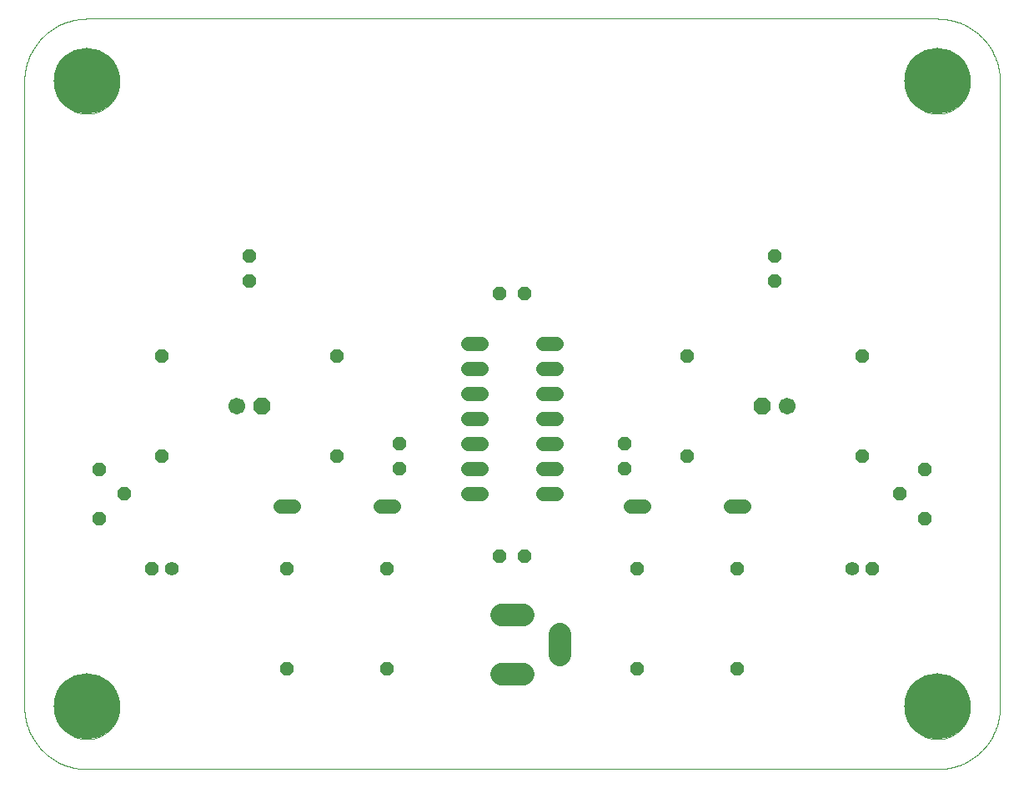
<source format=gts>
G75*
%MOIN*%
%OFA0B0*%
%FSLAX25Y25*%
%IPPOS*%
%LPD*%
%AMOC8*
5,1,8,0,0,1.08239X$1,22.5*
%
%ADD10C,0.00000*%
%ADD11C,0.26400*%
%ADD12OC8,0.05600*%
%ADD13C,0.05600*%
%ADD14OC8,0.06700*%
%ADD15C,0.06700*%
%ADD16C,0.05600*%
%ADD17C,0.09000*%
D10*
X0026800Y0023933D02*
X0366800Y0023933D01*
X0353800Y0048933D02*
X0353804Y0049252D01*
X0353816Y0049571D01*
X0353835Y0049889D01*
X0353863Y0050207D01*
X0353898Y0050524D01*
X0353941Y0050840D01*
X0353991Y0051156D01*
X0354050Y0051469D01*
X0354116Y0051781D01*
X0354190Y0052092D01*
X0354271Y0052400D01*
X0354360Y0052707D01*
X0354456Y0053011D01*
X0354560Y0053313D01*
X0354671Y0053612D01*
X0354790Y0053908D01*
X0354915Y0054201D01*
X0355048Y0054491D01*
X0355188Y0054778D01*
X0355335Y0055061D01*
X0355489Y0055341D01*
X0355650Y0055616D01*
X0355817Y0055888D01*
X0355991Y0056155D01*
X0356171Y0056419D01*
X0356358Y0056677D01*
X0356551Y0056931D01*
X0356751Y0057180D01*
X0356956Y0057424D01*
X0357168Y0057663D01*
X0357385Y0057897D01*
X0357608Y0058125D01*
X0357836Y0058348D01*
X0358070Y0058565D01*
X0358309Y0058777D01*
X0358553Y0058982D01*
X0358802Y0059182D01*
X0359056Y0059375D01*
X0359314Y0059562D01*
X0359578Y0059742D01*
X0359845Y0059916D01*
X0360117Y0060083D01*
X0360392Y0060244D01*
X0360672Y0060398D01*
X0360955Y0060545D01*
X0361242Y0060685D01*
X0361532Y0060818D01*
X0361825Y0060943D01*
X0362121Y0061062D01*
X0362420Y0061173D01*
X0362722Y0061277D01*
X0363026Y0061373D01*
X0363333Y0061462D01*
X0363641Y0061543D01*
X0363952Y0061617D01*
X0364264Y0061683D01*
X0364577Y0061742D01*
X0364893Y0061792D01*
X0365209Y0061835D01*
X0365526Y0061870D01*
X0365844Y0061898D01*
X0366162Y0061917D01*
X0366481Y0061929D01*
X0366800Y0061933D01*
X0367119Y0061929D01*
X0367438Y0061917D01*
X0367756Y0061898D01*
X0368074Y0061870D01*
X0368391Y0061835D01*
X0368707Y0061792D01*
X0369023Y0061742D01*
X0369336Y0061683D01*
X0369648Y0061617D01*
X0369959Y0061543D01*
X0370267Y0061462D01*
X0370574Y0061373D01*
X0370878Y0061277D01*
X0371180Y0061173D01*
X0371479Y0061062D01*
X0371775Y0060943D01*
X0372068Y0060818D01*
X0372358Y0060685D01*
X0372645Y0060545D01*
X0372928Y0060398D01*
X0373208Y0060244D01*
X0373483Y0060083D01*
X0373755Y0059916D01*
X0374022Y0059742D01*
X0374286Y0059562D01*
X0374544Y0059375D01*
X0374798Y0059182D01*
X0375047Y0058982D01*
X0375291Y0058777D01*
X0375530Y0058565D01*
X0375764Y0058348D01*
X0375992Y0058125D01*
X0376215Y0057897D01*
X0376432Y0057663D01*
X0376644Y0057424D01*
X0376849Y0057180D01*
X0377049Y0056931D01*
X0377242Y0056677D01*
X0377429Y0056419D01*
X0377609Y0056155D01*
X0377783Y0055888D01*
X0377950Y0055616D01*
X0378111Y0055341D01*
X0378265Y0055061D01*
X0378412Y0054778D01*
X0378552Y0054491D01*
X0378685Y0054201D01*
X0378810Y0053908D01*
X0378929Y0053612D01*
X0379040Y0053313D01*
X0379144Y0053011D01*
X0379240Y0052707D01*
X0379329Y0052400D01*
X0379410Y0052092D01*
X0379484Y0051781D01*
X0379550Y0051469D01*
X0379609Y0051156D01*
X0379659Y0050840D01*
X0379702Y0050524D01*
X0379737Y0050207D01*
X0379765Y0049889D01*
X0379784Y0049571D01*
X0379796Y0049252D01*
X0379800Y0048933D01*
X0379796Y0048614D01*
X0379784Y0048295D01*
X0379765Y0047977D01*
X0379737Y0047659D01*
X0379702Y0047342D01*
X0379659Y0047026D01*
X0379609Y0046710D01*
X0379550Y0046397D01*
X0379484Y0046085D01*
X0379410Y0045774D01*
X0379329Y0045466D01*
X0379240Y0045159D01*
X0379144Y0044855D01*
X0379040Y0044553D01*
X0378929Y0044254D01*
X0378810Y0043958D01*
X0378685Y0043665D01*
X0378552Y0043375D01*
X0378412Y0043088D01*
X0378265Y0042805D01*
X0378111Y0042525D01*
X0377950Y0042250D01*
X0377783Y0041978D01*
X0377609Y0041711D01*
X0377429Y0041447D01*
X0377242Y0041189D01*
X0377049Y0040935D01*
X0376849Y0040686D01*
X0376644Y0040442D01*
X0376432Y0040203D01*
X0376215Y0039969D01*
X0375992Y0039741D01*
X0375764Y0039518D01*
X0375530Y0039301D01*
X0375291Y0039089D01*
X0375047Y0038884D01*
X0374798Y0038684D01*
X0374544Y0038491D01*
X0374286Y0038304D01*
X0374022Y0038124D01*
X0373755Y0037950D01*
X0373483Y0037783D01*
X0373208Y0037622D01*
X0372928Y0037468D01*
X0372645Y0037321D01*
X0372358Y0037181D01*
X0372068Y0037048D01*
X0371775Y0036923D01*
X0371479Y0036804D01*
X0371180Y0036693D01*
X0370878Y0036589D01*
X0370574Y0036493D01*
X0370267Y0036404D01*
X0369959Y0036323D01*
X0369648Y0036249D01*
X0369336Y0036183D01*
X0369023Y0036124D01*
X0368707Y0036074D01*
X0368391Y0036031D01*
X0368074Y0035996D01*
X0367756Y0035968D01*
X0367438Y0035949D01*
X0367119Y0035937D01*
X0366800Y0035933D01*
X0366481Y0035937D01*
X0366162Y0035949D01*
X0365844Y0035968D01*
X0365526Y0035996D01*
X0365209Y0036031D01*
X0364893Y0036074D01*
X0364577Y0036124D01*
X0364264Y0036183D01*
X0363952Y0036249D01*
X0363641Y0036323D01*
X0363333Y0036404D01*
X0363026Y0036493D01*
X0362722Y0036589D01*
X0362420Y0036693D01*
X0362121Y0036804D01*
X0361825Y0036923D01*
X0361532Y0037048D01*
X0361242Y0037181D01*
X0360955Y0037321D01*
X0360672Y0037468D01*
X0360392Y0037622D01*
X0360117Y0037783D01*
X0359845Y0037950D01*
X0359578Y0038124D01*
X0359314Y0038304D01*
X0359056Y0038491D01*
X0358802Y0038684D01*
X0358553Y0038884D01*
X0358309Y0039089D01*
X0358070Y0039301D01*
X0357836Y0039518D01*
X0357608Y0039741D01*
X0357385Y0039969D01*
X0357168Y0040203D01*
X0356956Y0040442D01*
X0356751Y0040686D01*
X0356551Y0040935D01*
X0356358Y0041189D01*
X0356171Y0041447D01*
X0355991Y0041711D01*
X0355817Y0041978D01*
X0355650Y0042250D01*
X0355489Y0042525D01*
X0355335Y0042805D01*
X0355188Y0043088D01*
X0355048Y0043375D01*
X0354915Y0043665D01*
X0354790Y0043958D01*
X0354671Y0044254D01*
X0354560Y0044553D01*
X0354456Y0044855D01*
X0354360Y0045159D01*
X0354271Y0045466D01*
X0354190Y0045774D01*
X0354116Y0046085D01*
X0354050Y0046397D01*
X0353991Y0046710D01*
X0353941Y0047026D01*
X0353898Y0047342D01*
X0353863Y0047659D01*
X0353835Y0047977D01*
X0353816Y0048295D01*
X0353804Y0048614D01*
X0353800Y0048933D01*
X0366800Y0023933D02*
X0367404Y0023940D01*
X0368008Y0023962D01*
X0368611Y0023999D01*
X0369213Y0024050D01*
X0369813Y0024115D01*
X0370412Y0024195D01*
X0371009Y0024290D01*
X0371603Y0024399D01*
X0372195Y0024522D01*
X0372783Y0024659D01*
X0373368Y0024811D01*
X0373949Y0024977D01*
X0374525Y0025157D01*
X0375098Y0025350D01*
X0375665Y0025558D01*
X0376227Y0025779D01*
X0376784Y0026013D01*
X0377335Y0026261D01*
X0377880Y0026522D01*
X0378418Y0026797D01*
X0378950Y0027084D01*
X0379474Y0027384D01*
X0379991Y0027696D01*
X0380500Y0028021D01*
X0381002Y0028358D01*
X0381495Y0028708D01*
X0381979Y0029069D01*
X0382455Y0029441D01*
X0382921Y0029825D01*
X0383378Y0030220D01*
X0383825Y0030626D01*
X0384263Y0031043D01*
X0384690Y0031470D01*
X0385107Y0031908D01*
X0385513Y0032355D01*
X0385908Y0032812D01*
X0386292Y0033278D01*
X0386664Y0033754D01*
X0387025Y0034238D01*
X0387375Y0034731D01*
X0387712Y0035233D01*
X0388037Y0035742D01*
X0388349Y0036259D01*
X0388649Y0036783D01*
X0388936Y0037315D01*
X0389211Y0037853D01*
X0389472Y0038398D01*
X0389720Y0038949D01*
X0389954Y0039506D01*
X0390175Y0040068D01*
X0390383Y0040635D01*
X0390576Y0041208D01*
X0390756Y0041784D01*
X0390922Y0042365D01*
X0391074Y0042950D01*
X0391211Y0043538D01*
X0391334Y0044130D01*
X0391443Y0044724D01*
X0391538Y0045321D01*
X0391618Y0045920D01*
X0391683Y0046520D01*
X0391734Y0047122D01*
X0391771Y0047725D01*
X0391793Y0048329D01*
X0391800Y0048933D01*
X0391800Y0298933D01*
X0353800Y0298933D02*
X0353804Y0299252D01*
X0353816Y0299571D01*
X0353835Y0299889D01*
X0353863Y0300207D01*
X0353898Y0300524D01*
X0353941Y0300840D01*
X0353991Y0301156D01*
X0354050Y0301469D01*
X0354116Y0301781D01*
X0354190Y0302092D01*
X0354271Y0302400D01*
X0354360Y0302707D01*
X0354456Y0303011D01*
X0354560Y0303313D01*
X0354671Y0303612D01*
X0354790Y0303908D01*
X0354915Y0304201D01*
X0355048Y0304491D01*
X0355188Y0304778D01*
X0355335Y0305061D01*
X0355489Y0305341D01*
X0355650Y0305616D01*
X0355817Y0305888D01*
X0355991Y0306155D01*
X0356171Y0306419D01*
X0356358Y0306677D01*
X0356551Y0306931D01*
X0356751Y0307180D01*
X0356956Y0307424D01*
X0357168Y0307663D01*
X0357385Y0307897D01*
X0357608Y0308125D01*
X0357836Y0308348D01*
X0358070Y0308565D01*
X0358309Y0308777D01*
X0358553Y0308982D01*
X0358802Y0309182D01*
X0359056Y0309375D01*
X0359314Y0309562D01*
X0359578Y0309742D01*
X0359845Y0309916D01*
X0360117Y0310083D01*
X0360392Y0310244D01*
X0360672Y0310398D01*
X0360955Y0310545D01*
X0361242Y0310685D01*
X0361532Y0310818D01*
X0361825Y0310943D01*
X0362121Y0311062D01*
X0362420Y0311173D01*
X0362722Y0311277D01*
X0363026Y0311373D01*
X0363333Y0311462D01*
X0363641Y0311543D01*
X0363952Y0311617D01*
X0364264Y0311683D01*
X0364577Y0311742D01*
X0364893Y0311792D01*
X0365209Y0311835D01*
X0365526Y0311870D01*
X0365844Y0311898D01*
X0366162Y0311917D01*
X0366481Y0311929D01*
X0366800Y0311933D01*
X0367119Y0311929D01*
X0367438Y0311917D01*
X0367756Y0311898D01*
X0368074Y0311870D01*
X0368391Y0311835D01*
X0368707Y0311792D01*
X0369023Y0311742D01*
X0369336Y0311683D01*
X0369648Y0311617D01*
X0369959Y0311543D01*
X0370267Y0311462D01*
X0370574Y0311373D01*
X0370878Y0311277D01*
X0371180Y0311173D01*
X0371479Y0311062D01*
X0371775Y0310943D01*
X0372068Y0310818D01*
X0372358Y0310685D01*
X0372645Y0310545D01*
X0372928Y0310398D01*
X0373208Y0310244D01*
X0373483Y0310083D01*
X0373755Y0309916D01*
X0374022Y0309742D01*
X0374286Y0309562D01*
X0374544Y0309375D01*
X0374798Y0309182D01*
X0375047Y0308982D01*
X0375291Y0308777D01*
X0375530Y0308565D01*
X0375764Y0308348D01*
X0375992Y0308125D01*
X0376215Y0307897D01*
X0376432Y0307663D01*
X0376644Y0307424D01*
X0376849Y0307180D01*
X0377049Y0306931D01*
X0377242Y0306677D01*
X0377429Y0306419D01*
X0377609Y0306155D01*
X0377783Y0305888D01*
X0377950Y0305616D01*
X0378111Y0305341D01*
X0378265Y0305061D01*
X0378412Y0304778D01*
X0378552Y0304491D01*
X0378685Y0304201D01*
X0378810Y0303908D01*
X0378929Y0303612D01*
X0379040Y0303313D01*
X0379144Y0303011D01*
X0379240Y0302707D01*
X0379329Y0302400D01*
X0379410Y0302092D01*
X0379484Y0301781D01*
X0379550Y0301469D01*
X0379609Y0301156D01*
X0379659Y0300840D01*
X0379702Y0300524D01*
X0379737Y0300207D01*
X0379765Y0299889D01*
X0379784Y0299571D01*
X0379796Y0299252D01*
X0379800Y0298933D01*
X0379796Y0298614D01*
X0379784Y0298295D01*
X0379765Y0297977D01*
X0379737Y0297659D01*
X0379702Y0297342D01*
X0379659Y0297026D01*
X0379609Y0296710D01*
X0379550Y0296397D01*
X0379484Y0296085D01*
X0379410Y0295774D01*
X0379329Y0295466D01*
X0379240Y0295159D01*
X0379144Y0294855D01*
X0379040Y0294553D01*
X0378929Y0294254D01*
X0378810Y0293958D01*
X0378685Y0293665D01*
X0378552Y0293375D01*
X0378412Y0293088D01*
X0378265Y0292805D01*
X0378111Y0292525D01*
X0377950Y0292250D01*
X0377783Y0291978D01*
X0377609Y0291711D01*
X0377429Y0291447D01*
X0377242Y0291189D01*
X0377049Y0290935D01*
X0376849Y0290686D01*
X0376644Y0290442D01*
X0376432Y0290203D01*
X0376215Y0289969D01*
X0375992Y0289741D01*
X0375764Y0289518D01*
X0375530Y0289301D01*
X0375291Y0289089D01*
X0375047Y0288884D01*
X0374798Y0288684D01*
X0374544Y0288491D01*
X0374286Y0288304D01*
X0374022Y0288124D01*
X0373755Y0287950D01*
X0373483Y0287783D01*
X0373208Y0287622D01*
X0372928Y0287468D01*
X0372645Y0287321D01*
X0372358Y0287181D01*
X0372068Y0287048D01*
X0371775Y0286923D01*
X0371479Y0286804D01*
X0371180Y0286693D01*
X0370878Y0286589D01*
X0370574Y0286493D01*
X0370267Y0286404D01*
X0369959Y0286323D01*
X0369648Y0286249D01*
X0369336Y0286183D01*
X0369023Y0286124D01*
X0368707Y0286074D01*
X0368391Y0286031D01*
X0368074Y0285996D01*
X0367756Y0285968D01*
X0367438Y0285949D01*
X0367119Y0285937D01*
X0366800Y0285933D01*
X0366481Y0285937D01*
X0366162Y0285949D01*
X0365844Y0285968D01*
X0365526Y0285996D01*
X0365209Y0286031D01*
X0364893Y0286074D01*
X0364577Y0286124D01*
X0364264Y0286183D01*
X0363952Y0286249D01*
X0363641Y0286323D01*
X0363333Y0286404D01*
X0363026Y0286493D01*
X0362722Y0286589D01*
X0362420Y0286693D01*
X0362121Y0286804D01*
X0361825Y0286923D01*
X0361532Y0287048D01*
X0361242Y0287181D01*
X0360955Y0287321D01*
X0360672Y0287468D01*
X0360392Y0287622D01*
X0360117Y0287783D01*
X0359845Y0287950D01*
X0359578Y0288124D01*
X0359314Y0288304D01*
X0359056Y0288491D01*
X0358802Y0288684D01*
X0358553Y0288884D01*
X0358309Y0289089D01*
X0358070Y0289301D01*
X0357836Y0289518D01*
X0357608Y0289741D01*
X0357385Y0289969D01*
X0357168Y0290203D01*
X0356956Y0290442D01*
X0356751Y0290686D01*
X0356551Y0290935D01*
X0356358Y0291189D01*
X0356171Y0291447D01*
X0355991Y0291711D01*
X0355817Y0291978D01*
X0355650Y0292250D01*
X0355489Y0292525D01*
X0355335Y0292805D01*
X0355188Y0293088D01*
X0355048Y0293375D01*
X0354915Y0293665D01*
X0354790Y0293958D01*
X0354671Y0294254D01*
X0354560Y0294553D01*
X0354456Y0294855D01*
X0354360Y0295159D01*
X0354271Y0295466D01*
X0354190Y0295774D01*
X0354116Y0296085D01*
X0354050Y0296397D01*
X0353991Y0296710D01*
X0353941Y0297026D01*
X0353898Y0297342D01*
X0353863Y0297659D01*
X0353835Y0297977D01*
X0353816Y0298295D01*
X0353804Y0298614D01*
X0353800Y0298933D01*
X0366800Y0323933D02*
X0367404Y0323926D01*
X0368008Y0323904D01*
X0368611Y0323867D01*
X0369213Y0323816D01*
X0369813Y0323751D01*
X0370412Y0323671D01*
X0371009Y0323576D01*
X0371603Y0323467D01*
X0372195Y0323344D01*
X0372783Y0323207D01*
X0373368Y0323055D01*
X0373949Y0322889D01*
X0374525Y0322709D01*
X0375098Y0322516D01*
X0375665Y0322308D01*
X0376227Y0322087D01*
X0376784Y0321853D01*
X0377335Y0321605D01*
X0377880Y0321344D01*
X0378418Y0321069D01*
X0378950Y0320782D01*
X0379474Y0320482D01*
X0379991Y0320170D01*
X0380500Y0319845D01*
X0381002Y0319508D01*
X0381495Y0319158D01*
X0381979Y0318797D01*
X0382455Y0318425D01*
X0382921Y0318041D01*
X0383378Y0317646D01*
X0383825Y0317240D01*
X0384263Y0316823D01*
X0384690Y0316396D01*
X0385107Y0315958D01*
X0385513Y0315511D01*
X0385908Y0315054D01*
X0386292Y0314588D01*
X0386664Y0314112D01*
X0387025Y0313628D01*
X0387375Y0313135D01*
X0387712Y0312633D01*
X0388037Y0312124D01*
X0388349Y0311607D01*
X0388649Y0311083D01*
X0388936Y0310551D01*
X0389211Y0310013D01*
X0389472Y0309468D01*
X0389720Y0308917D01*
X0389954Y0308360D01*
X0390175Y0307798D01*
X0390383Y0307231D01*
X0390576Y0306658D01*
X0390756Y0306082D01*
X0390922Y0305501D01*
X0391074Y0304916D01*
X0391211Y0304328D01*
X0391334Y0303736D01*
X0391443Y0303142D01*
X0391538Y0302545D01*
X0391618Y0301946D01*
X0391683Y0301346D01*
X0391734Y0300744D01*
X0391771Y0300141D01*
X0391793Y0299537D01*
X0391800Y0298933D01*
X0366800Y0323933D02*
X0026800Y0323933D01*
X0013800Y0298933D02*
X0013804Y0299252D01*
X0013816Y0299571D01*
X0013835Y0299889D01*
X0013863Y0300207D01*
X0013898Y0300524D01*
X0013941Y0300840D01*
X0013991Y0301156D01*
X0014050Y0301469D01*
X0014116Y0301781D01*
X0014190Y0302092D01*
X0014271Y0302400D01*
X0014360Y0302707D01*
X0014456Y0303011D01*
X0014560Y0303313D01*
X0014671Y0303612D01*
X0014790Y0303908D01*
X0014915Y0304201D01*
X0015048Y0304491D01*
X0015188Y0304778D01*
X0015335Y0305061D01*
X0015489Y0305341D01*
X0015650Y0305616D01*
X0015817Y0305888D01*
X0015991Y0306155D01*
X0016171Y0306419D01*
X0016358Y0306677D01*
X0016551Y0306931D01*
X0016751Y0307180D01*
X0016956Y0307424D01*
X0017168Y0307663D01*
X0017385Y0307897D01*
X0017608Y0308125D01*
X0017836Y0308348D01*
X0018070Y0308565D01*
X0018309Y0308777D01*
X0018553Y0308982D01*
X0018802Y0309182D01*
X0019056Y0309375D01*
X0019314Y0309562D01*
X0019578Y0309742D01*
X0019845Y0309916D01*
X0020117Y0310083D01*
X0020392Y0310244D01*
X0020672Y0310398D01*
X0020955Y0310545D01*
X0021242Y0310685D01*
X0021532Y0310818D01*
X0021825Y0310943D01*
X0022121Y0311062D01*
X0022420Y0311173D01*
X0022722Y0311277D01*
X0023026Y0311373D01*
X0023333Y0311462D01*
X0023641Y0311543D01*
X0023952Y0311617D01*
X0024264Y0311683D01*
X0024577Y0311742D01*
X0024893Y0311792D01*
X0025209Y0311835D01*
X0025526Y0311870D01*
X0025844Y0311898D01*
X0026162Y0311917D01*
X0026481Y0311929D01*
X0026800Y0311933D01*
X0027119Y0311929D01*
X0027438Y0311917D01*
X0027756Y0311898D01*
X0028074Y0311870D01*
X0028391Y0311835D01*
X0028707Y0311792D01*
X0029023Y0311742D01*
X0029336Y0311683D01*
X0029648Y0311617D01*
X0029959Y0311543D01*
X0030267Y0311462D01*
X0030574Y0311373D01*
X0030878Y0311277D01*
X0031180Y0311173D01*
X0031479Y0311062D01*
X0031775Y0310943D01*
X0032068Y0310818D01*
X0032358Y0310685D01*
X0032645Y0310545D01*
X0032928Y0310398D01*
X0033208Y0310244D01*
X0033483Y0310083D01*
X0033755Y0309916D01*
X0034022Y0309742D01*
X0034286Y0309562D01*
X0034544Y0309375D01*
X0034798Y0309182D01*
X0035047Y0308982D01*
X0035291Y0308777D01*
X0035530Y0308565D01*
X0035764Y0308348D01*
X0035992Y0308125D01*
X0036215Y0307897D01*
X0036432Y0307663D01*
X0036644Y0307424D01*
X0036849Y0307180D01*
X0037049Y0306931D01*
X0037242Y0306677D01*
X0037429Y0306419D01*
X0037609Y0306155D01*
X0037783Y0305888D01*
X0037950Y0305616D01*
X0038111Y0305341D01*
X0038265Y0305061D01*
X0038412Y0304778D01*
X0038552Y0304491D01*
X0038685Y0304201D01*
X0038810Y0303908D01*
X0038929Y0303612D01*
X0039040Y0303313D01*
X0039144Y0303011D01*
X0039240Y0302707D01*
X0039329Y0302400D01*
X0039410Y0302092D01*
X0039484Y0301781D01*
X0039550Y0301469D01*
X0039609Y0301156D01*
X0039659Y0300840D01*
X0039702Y0300524D01*
X0039737Y0300207D01*
X0039765Y0299889D01*
X0039784Y0299571D01*
X0039796Y0299252D01*
X0039800Y0298933D01*
X0039796Y0298614D01*
X0039784Y0298295D01*
X0039765Y0297977D01*
X0039737Y0297659D01*
X0039702Y0297342D01*
X0039659Y0297026D01*
X0039609Y0296710D01*
X0039550Y0296397D01*
X0039484Y0296085D01*
X0039410Y0295774D01*
X0039329Y0295466D01*
X0039240Y0295159D01*
X0039144Y0294855D01*
X0039040Y0294553D01*
X0038929Y0294254D01*
X0038810Y0293958D01*
X0038685Y0293665D01*
X0038552Y0293375D01*
X0038412Y0293088D01*
X0038265Y0292805D01*
X0038111Y0292525D01*
X0037950Y0292250D01*
X0037783Y0291978D01*
X0037609Y0291711D01*
X0037429Y0291447D01*
X0037242Y0291189D01*
X0037049Y0290935D01*
X0036849Y0290686D01*
X0036644Y0290442D01*
X0036432Y0290203D01*
X0036215Y0289969D01*
X0035992Y0289741D01*
X0035764Y0289518D01*
X0035530Y0289301D01*
X0035291Y0289089D01*
X0035047Y0288884D01*
X0034798Y0288684D01*
X0034544Y0288491D01*
X0034286Y0288304D01*
X0034022Y0288124D01*
X0033755Y0287950D01*
X0033483Y0287783D01*
X0033208Y0287622D01*
X0032928Y0287468D01*
X0032645Y0287321D01*
X0032358Y0287181D01*
X0032068Y0287048D01*
X0031775Y0286923D01*
X0031479Y0286804D01*
X0031180Y0286693D01*
X0030878Y0286589D01*
X0030574Y0286493D01*
X0030267Y0286404D01*
X0029959Y0286323D01*
X0029648Y0286249D01*
X0029336Y0286183D01*
X0029023Y0286124D01*
X0028707Y0286074D01*
X0028391Y0286031D01*
X0028074Y0285996D01*
X0027756Y0285968D01*
X0027438Y0285949D01*
X0027119Y0285937D01*
X0026800Y0285933D01*
X0026481Y0285937D01*
X0026162Y0285949D01*
X0025844Y0285968D01*
X0025526Y0285996D01*
X0025209Y0286031D01*
X0024893Y0286074D01*
X0024577Y0286124D01*
X0024264Y0286183D01*
X0023952Y0286249D01*
X0023641Y0286323D01*
X0023333Y0286404D01*
X0023026Y0286493D01*
X0022722Y0286589D01*
X0022420Y0286693D01*
X0022121Y0286804D01*
X0021825Y0286923D01*
X0021532Y0287048D01*
X0021242Y0287181D01*
X0020955Y0287321D01*
X0020672Y0287468D01*
X0020392Y0287622D01*
X0020117Y0287783D01*
X0019845Y0287950D01*
X0019578Y0288124D01*
X0019314Y0288304D01*
X0019056Y0288491D01*
X0018802Y0288684D01*
X0018553Y0288884D01*
X0018309Y0289089D01*
X0018070Y0289301D01*
X0017836Y0289518D01*
X0017608Y0289741D01*
X0017385Y0289969D01*
X0017168Y0290203D01*
X0016956Y0290442D01*
X0016751Y0290686D01*
X0016551Y0290935D01*
X0016358Y0291189D01*
X0016171Y0291447D01*
X0015991Y0291711D01*
X0015817Y0291978D01*
X0015650Y0292250D01*
X0015489Y0292525D01*
X0015335Y0292805D01*
X0015188Y0293088D01*
X0015048Y0293375D01*
X0014915Y0293665D01*
X0014790Y0293958D01*
X0014671Y0294254D01*
X0014560Y0294553D01*
X0014456Y0294855D01*
X0014360Y0295159D01*
X0014271Y0295466D01*
X0014190Y0295774D01*
X0014116Y0296085D01*
X0014050Y0296397D01*
X0013991Y0296710D01*
X0013941Y0297026D01*
X0013898Y0297342D01*
X0013863Y0297659D01*
X0013835Y0297977D01*
X0013816Y0298295D01*
X0013804Y0298614D01*
X0013800Y0298933D01*
X0001800Y0298933D02*
X0001800Y0048933D01*
X0013800Y0048933D02*
X0013804Y0049252D01*
X0013816Y0049571D01*
X0013835Y0049889D01*
X0013863Y0050207D01*
X0013898Y0050524D01*
X0013941Y0050840D01*
X0013991Y0051156D01*
X0014050Y0051469D01*
X0014116Y0051781D01*
X0014190Y0052092D01*
X0014271Y0052400D01*
X0014360Y0052707D01*
X0014456Y0053011D01*
X0014560Y0053313D01*
X0014671Y0053612D01*
X0014790Y0053908D01*
X0014915Y0054201D01*
X0015048Y0054491D01*
X0015188Y0054778D01*
X0015335Y0055061D01*
X0015489Y0055341D01*
X0015650Y0055616D01*
X0015817Y0055888D01*
X0015991Y0056155D01*
X0016171Y0056419D01*
X0016358Y0056677D01*
X0016551Y0056931D01*
X0016751Y0057180D01*
X0016956Y0057424D01*
X0017168Y0057663D01*
X0017385Y0057897D01*
X0017608Y0058125D01*
X0017836Y0058348D01*
X0018070Y0058565D01*
X0018309Y0058777D01*
X0018553Y0058982D01*
X0018802Y0059182D01*
X0019056Y0059375D01*
X0019314Y0059562D01*
X0019578Y0059742D01*
X0019845Y0059916D01*
X0020117Y0060083D01*
X0020392Y0060244D01*
X0020672Y0060398D01*
X0020955Y0060545D01*
X0021242Y0060685D01*
X0021532Y0060818D01*
X0021825Y0060943D01*
X0022121Y0061062D01*
X0022420Y0061173D01*
X0022722Y0061277D01*
X0023026Y0061373D01*
X0023333Y0061462D01*
X0023641Y0061543D01*
X0023952Y0061617D01*
X0024264Y0061683D01*
X0024577Y0061742D01*
X0024893Y0061792D01*
X0025209Y0061835D01*
X0025526Y0061870D01*
X0025844Y0061898D01*
X0026162Y0061917D01*
X0026481Y0061929D01*
X0026800Y0061933D01*
X0027119Y0061929D01*
X0027438Y0061917D01*
X0027756Y0061898D01*
X0028074Y0061870D01*
X0028391Y0061835D01*
X0028707Y0061792D01*
X0029023Y0061742D01*
X0029336Y0061683D01*
X0029648Y0061617D01*
X0029959Y0061543D01*
X0030267Y0061462D01*
X0030574Y0061373D01*
X0030878Y0061277D01*
X0031180Y0061173D01*
X0031479Y0061062D01*
X0031775Y0060943D01*
X0032068Y0060818D01*
X0032358Y0060685D01*
X0032645Y0060545D01*
X0032928Y0060398D01*
X0033208Y0060244D01*
X0033483Y0060083D01*
X0033755Y0059916D01*
X0034022Y0059742D01*
X0034286Y0059562D01*
X0034544Y0059375D01*
X0034798Y0059182D01*
X0035047Y0058982D01*
X0035291Y0058777D01*
X0035530Y0058565D01*
X0035764Y0058348D01*
X0035992Y0058125D01*
X0036215Y0057897D01*
X0036432Y0057663D01*
X0036644Y0057424D01*
X0036849Y0057180D01*
X0037049Y0056931D01*
X0037242Y0056677D01*
X0037429Y0056419D01*
X0037609Y0056155D01*
X0037783Y0055888D01*
X0037950Y0055616D01*
X0038111Y0055341D01*
X0038265Y0055061D01*
X0038412Y0054778D01*
X0038552Y0054491D01*
X0038685Y0054201D01*
X0038810Y0053908D01*
X0038929Y0053612D01*
X0039040Y0053313D01*
X0039144Y0053011D01*
X0039240Y0052707D01*
X0039329Y0052400D01*
X0039410Y0052092D01*
X0039484Y0051781D01*
X0039550Y0051469D01*
X0039609Y0051156D01*
X0039659Y0050840D01*
X0039702Y0050524D01*
X0039737Y0050207D01*
X0039765Y0049889D01*
X0039784Y0049571D01*
X0039796Y0049252D01*
X0039800Y0048933D01*
X0039796Y0048614D01*
X0039784Y0048295D01*
X0039765Y0047977D01*
X0039737Y0047659D01*
X0039702Y0047342D01*
X0039659Y0047026D01*
X0039609Y0046710D01*
X0039550Y0046397D01*
X0039484Y0046085D01*
X0039410Y0045774D01*
X0039329Y0045466D01*
X0039240Y0045159D01*
X0039144Y0044855D01*
X0039040Y0044553D01*
X0038929Y0044254D01*
X0038810Y0043958D01*
X0038685Y0043665D01*
X0038552Y0043375D01*
X0038412Y0043088D01*
X0038265Y0042805D01*
X0038111Y0042525D01*
X0037950Y0042250D01*
X0037783Y0041978D01*
X0037609Y0041711D01*
X0037429Y0041447D01*
X0037242Y0041189D01*
X0037049Y0040935D01*
X0036849Y0040686D01*
X0036644Y0040442D01*
X0036432Y0040203D01*
X0036215Y0039969D01*
X0035992Y0039741D01*
X0035764Y0039518D01*
X0035530Y0039301D01*
X0035291Y0039089D01*
X0035047Y0038884D01*
X0034798Y0038684D01*
X0034544Y0038491D01*
X0034286Y0038304D01*
X0034022Y0038124D01*
X0033755Y0037950D01*
X0033483Y0037783D01*
X0033208Y0037622D01*
X0032928Y0037468D01*
X0032645Y0037321D01*
X0032358Y0037181D01*
X0032068Y0037048D01*
X0031775Y0036923D01*
X0031479Y0036804D01*
X0031180Y0036693D01*
X0030878Y0036589D01*
X0030574Y0036493D01*
X0030267Y0036404D01*
X0029959Y0036323D01*
X0029648Y0036249D01*
X0029336Y0036183D01*
X0029023Y0036124D01*
X0028707Y0036074D01*
X0028391Y0036031D01*
X0028074Y0035996D01*
X0027756Y0035968D01*
X0027438Y0035949D01*
X0027119Y0035937D01*
X0026800Y0035933D01*
X0026481Y0035937D01*
X0026162Y0035949D01*
X0025844Y0035968D01*
X0025526Y0035996D01*
X0025209Y0036031D01*
X0024893Y0036074D01*
X0024577Y0036124D01*
X0024264Y0036183D01*
X0023952Y0036249D01*
X0023641Y0036323D01*
X0023333Y0036404D01*
X0023026Y0036493D01*
X0022722Y0036589D01*
X0022420Y0036693D01*
X0022121Y0036804D01*
X0021825Y0036923D01*
X0021532Y0037048D01*
X0021242Y0037181D01*
X0020955Y0037321D01*
X0020672Y0037468D01*
X0020392Y0037622D01*
X0020117Y0037783D01*
X0019845Y0037950D01*
X0019578Y0038124D01*
X0019314Y0038304D01*
X0019056Y0038491D01*
X0018802Y0038684D01*
X0018553Y0038884D01*
X0018309Y0039089D01*
X0018070Y0039301D01*
X0017836Y0039518D01*
X0017608Y0039741D01*
X0017385Y0039969D01*
X0017168Y0040203D01*
X0016956Y0040442D01*
X0016751Y0040686D01*
X0016551Y0040935D01*
X0016358Y0041189D01*
X0016171Y0041447D01*
X0015991Y0041711D01*
X0015817Y0041978D01*
X0015650Y0042250D01*
X0015489Y0042525D01*
X0015335Y0042805D01*
X0015188Y0043088D01*
X0015048Y0043375D01*
X0014915Y0043665D01*
X0014790Y0043958D01*
X0014671Y0044254D01*
X0014560Y0044553D01*
X0014456Y0044855D01*
X0014360Y0045159D01*
X0014271Y0045466D01*
X0014190Y0045774D01*
X0014116Y0046085D01*
X0014050Y0046397D01*
X0013991Y0046710D01*
X0013941Y0047026D01*
X0013898Y0047342D01*
X0013863Y0047659D01*
X0013835Y0047977D01*
X0013816Y0048295D01*
X0013804Y0048614D01*
X0013800Y0048933D01*
X0001800Y0048933D02*
X0001807Y0048329D01*
X0001829Y0047725D01*
X0001866Y0047122D01*
X0001917Y0046520D01*
X0001982Y0045920D01*
X0002062Y0045321D01*
X0002157Y0044724D01*
X0002266Y0044130D01*
X0002389Y0043538D01*
X0002526Y0042950D01*
X0002678Y0042365D01*
X0002844Y0041784D01*
X0003024Y0041208D01*
X0003217Y0040635D01*
X0003425Y0040068D01*
X0003646Y0039506D01*
X0003880Y0038949D01*
X0004128Y0038398D01*
X0004389Y0037853D01*
X0004664Y0037315D01*
X0004951Y0036783D01*
X0005251Y0036259D01*
X0005563Y0035742D01*
X0005888Y0035233D01*
X0006225Y0034731D01*
X0006575Y0034238D01*
X0006936Y0033754D01*
X0007308Y0033278D01*
X0007692Y0032812D01*
X0008087Y0032355D01*
X0008493Y0031908D01*
X0008910Y0031470D01*
X0009337Y0031043D01*
X0009775Y0030626D01*
X0010222Y0030220D01*
X0010679Y0029825D01*
X0011145Y0029441D01*
X0011621Y0029069D01*
X0012105Y0028708D01*
X0012598Y0028358D01*
X0013100Y0028021D01*
X0013609Y0027696D01*
X0014126Y0027384D01*
X0014650Y0027084D01*
X0015182Y0026797D01*
X0015720Y0026522D01*
X0016265Y0026261D01*
X0016816Y0026013D01*
X0017373Y0025779D01*
X0017935Y0025558D01*
X0018502Y0025350D01*
X0019075Y0025157D01*
X0019651Y0024977D01*
X0020232Y0024811D01*
X0020817Y0024659D01*
X0021405Y0024522D01*
X0021997Y0024399D01*
X0022591Y0024290D01*
X0023188Y0024195D01*
X0023787Y0024115D01*
X0024387Y0024050D01*
X0024989Y0023999D01*
X0025592Y0023962D01*
X0026196Y0023940D01*
X0026800Y0023933D01*
X0001800Y0298933D02*
X0001807Y0299537D01*
X0001829Y0300141D01*
X0001866Y0300744D01*
X0001917Y0301346D01*
X0001982Y0301946D01*
X0002062Y0302545D01*
X0002157Y0303142D01*
X0002266Y0303736D01*
X0002389Y0304328D01*
X0002526Y0304916D01*
X0002678Y0305501D01*
X0002844Y0306082D01*
X0003024Y0306658D01*
X0003217Y0307231D01*
X0003425Y0307798D01*
X0003646Y0308360D01*
X0003880Y0308917D01*
X0004128Y0309468D01*
X0004389Y0310013D01*
X0004664Y0310551D01*
X0004951Y0311083D01*
X0005251Y0311607D01*
X0005563Y0312124D01*
X0005888Y0312633D01*
X0006225Y0313135D01*
X0006575Y0313628D01*
X0006936Y0314112D01*
X0007308Y0314588D01*
X0007692Y0315054D01*
X0008087Y0315511D01*
X0008493Y0315958D01*
X0008910Y0316396D01*
X0009337Y0316823D01*
X0009775Y0317240D01*
X0010222Y0317646D01*
X0010679Y0318041D01*
X0011145Y0318425D01*
X0011621Y0318797D01*
X0012105Y0319158D01*
X0012598Y0319508D01*
X0013100Y0319845D01*
X0013609Y0320170D01*
X0014126Y0320482D01*
X0014650Y0320782D01*
X0015182Y0321069D01*
X0015720Y0321344D01*
X0016265Y0321605D01*
X0016816Y0321853D01*
X0017373Y0322087D01*
X0017935Y0322308D01*
X0018502Y0322516D01*
X0019075Y0322709D01*
X0019651Y0322889D01*
X0020232Y0323055D01*
X0020817Y0323207D01*
X0021405Y0323344D01*
X0021997Y0323467D01*
X0022591Y0323576D01*
X0023188Y0323671D01*
X0023787Y0323751D01*
X0024387Y0323816D01*
X0024989Y0323867D01*
X0025592Y0323904D01*
X0026196Y0323926D01*
X0026800Y0323933D01*
D11*
X0026800Y0298933D03*
X0026800Y0048933D03*
X0366800Y0048933D03*
X0366800Y0298933D03*
D12*
X0301800Y0228933D03*
X0301800Y0218933D03*
X0266800Y0188933D03*
X0241800Y0153933D03*
X0241800Y0143933D03*
X0266800Y0148933D03*
X0246800Y0103933D03*
X0286800Y0103933D03*
X0286800Y0063933D03*
X0246800Y0063933D03*
X0201800Y0108933D03*
X0191800Y0108933D03*
X0146800Y0103933D03*
X0106800Y0103933D03*
X0106800Y0063933D03*
X0146800Y0063933D03*
X0052800Y0103933D03*
X0031800Y0124033D03*
X0041800Y0133933D03*
X0031800Y0143833D03*
X0056800Y0148933D03*
X0056800Y0188933D03*
X0091800Y0218933D03*
X0091800Y0228933D03*
X0126800Y0188933D03*
X0151800Y0153933D03*
X0151800Y0143933D03*
X0126800Y0148933D03*
X0191800Y0213933D03*
X0201800Y0213933D03*
X0336800Y0188933D03*
X0336800Y0148933D03*
X0351800Y0133933D03*
X0361800Y0124033D03*
X0361800Y0143833D03*
X0340800Y0103933D03*
D13*
X0332800Y0103933D03*
X0060800Y0103933D03*
D14*
X0096800Y0168933D03*
X0296800Y0168933D03*
D15*
X0306800Y0168933D03*
X0086800Y0168933D03*
D16*
X0104200Y0128933D02*
X0109400Y0128933D01*
X0144200Y0128933D02*
X0149400Y0128933D01*
X0179200Y0133933D02*
X0184400Y0133933D01*
X0184400Y0143933D02*
X0179200Y0143933D01*
X0179200Y0153933D02*
X0184400Y0153933D01*
X0184400Y0163933D02*
X0179200Y0163933D01*
X0179200Y0173933D02*
X0184400Y0173933D01*
X0184400Y0183933D02*
X0179200Y0183933D01*
X0179200Y0193933D02*
X0184400Y0193933D01*
X0209200Y0193933D02*
X0214400Y0193933D01*
X0214400Y0183933D02*
X0209200Y0183933D01*
X0209200Y0173933D02*
X0214400Y0173933D01*
X0214400Y0163933D02*
X0209200Y0163933D01*
X0209200Y0153933D02*
X0214400Y0153933D01*
X0214400Y0143933D02*
X0209200Y0143933D01*
X0209200Y0133933D02*
X0214400Y0133933D01*
X0244200Y0128933D02*
X0249400Y0128933D01*
X0284200Y0128933D02*
X0289400Y0128933D01*
D17*
X0215698Y0078233D02*
X0215698Y0069633D01*
X0201100Y0062122D02*
X0192500Y0062122D01*
X0192500Y0085744D02*
X0201100Y0085744D01*
M02*

</source>
